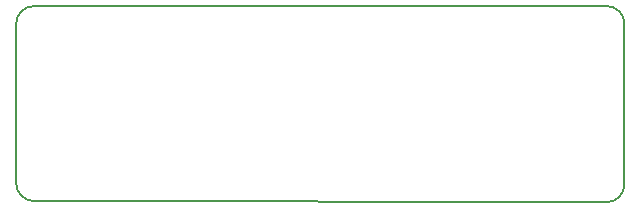
<source format=gbr>
G04 #@! TF.GenerationSoftware,KiCad,Pcbnew,(5.1.6)-1*
G04 #@! TF.CreationDate,2020-08-07T10:27:50-05:00*
G04 #@! TF.ProjectId,MZBOT_XY-Endstop,4d5a424f-545f-4585-992d-456e6473746f,A*
G04 #@! TF.SameCoordinates,Original*
G04 #@! TF.FileFunction,Profile,NP*
%FSLAX46Y46*%
G04 Gerber Fmt 4.6, Leading zero omitted, Abs format (unit mm)*
G04 Created by KiCad (PCBNEW (5.1.6)-1) date 2020-08-07 10:27:50*
%MOMM*%
%LPD*%
G01*
G04 APERTURE LIST*
G04 #@! TA.AperFunction,Profile*
%ADD10C,0.150000*%
G04 #@! TD*
G04 APERTURE END LIST*
D10*
X176000000Y-53000000D02*
G75*
G02*
X177500000Y-54500000I0J-1500000D01*
G01*
X126000000Y-54500000D02*
G75*
G02*
X127500000Y-53000000I1500000J0D01*
G01*
X127500000Y-69500000D02*
G75*
G02*
X126000000Y-68000000I0J1500000D01*
G01*
X177500000Y-68100000D02*
G75*
G02*
X176000000Y-69600000I-1500000J0D01*
G01*
X176000000Y-69600000D02*
X127500000Y-69500000D01*
X177500000Y-54500000D02*
X177500000Y-68100000D01*
X127500000Y-53000000D02*
X176000000Y-53000000D01*
X126000000Y-68000000D02*
X126000000Y-54500000D01*
M02*

</source>
